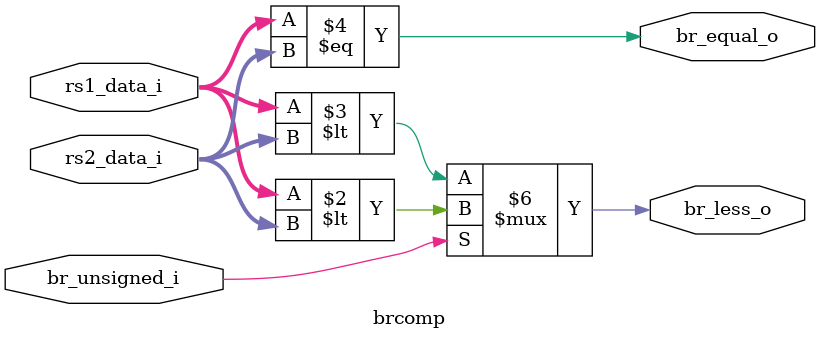
<source format=sv>

module brcomp(
    //input
    input   signed [31:0]  rs1_data_i,
    input   signed [31:0]  rs2_data_i,
    input   logic          br_unsigned_i,
    //output
    output  logic          br_less_o,
    output  logic          br_equal_o
);
    always_comb
        if (br_unsigned_i) begin
            br_less_o = ($unsigned(rs1_data_i) < $unsigned(rs2_data_i));
        end
        else br_less_o = (rs1_data_i < rs2_data_i);

    assign br_equal_o = (rs1_data_i == rs2_data_i);
endmodule

</source>
